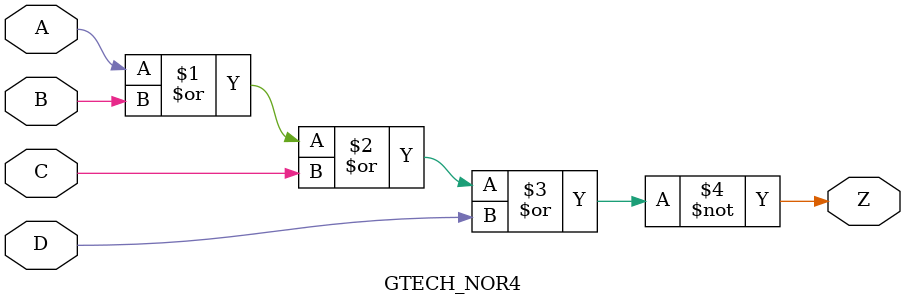
<source format=v>



module GTECH_NOR4 (A, B, C, D, Z);  
	input A, B, C, D;
	output Z;

	assign Z = ~(A | B | C | D);
endmodule




</source>
